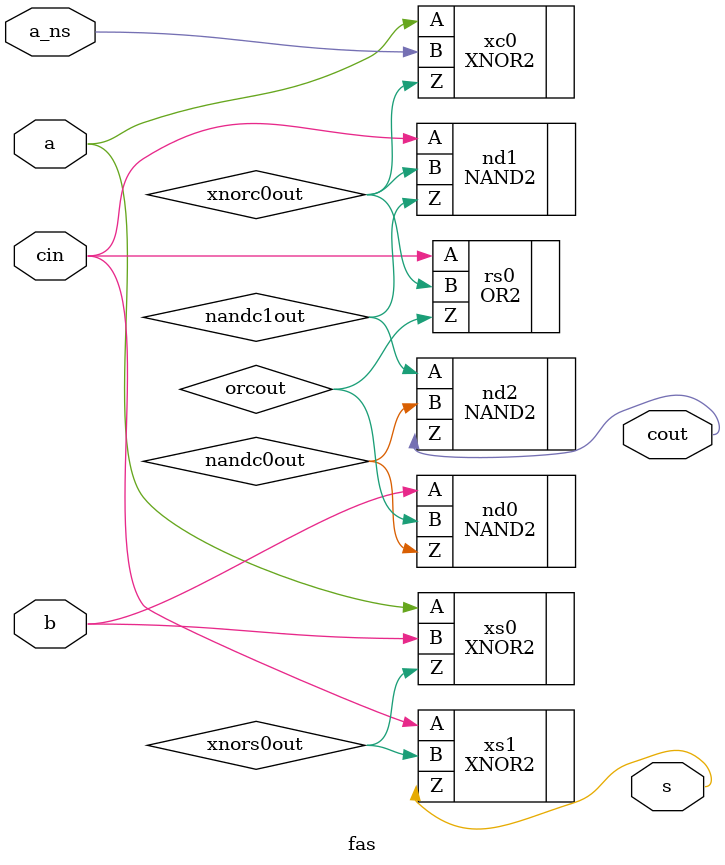
<source format=sv>
module fas (
    input logic a,           // Input bit a
    input logic b,           // Input bit b
    input logic cin,         // Carry in
    input logic a_ns,        // A_nS (add/not subtract) control
    output logic s,          // Output S
    output logic cout        // Carry out
);

// Put your code here
// ------------------
logic xnors0out;
logic xnorc0out;
logic orcout;
logic nandc0out;
logic nandc1out;

XNOR2 #(.Tpdlh(4),.Tpdhl(4)) xs0 (.A(a),.B(b),.Z(xnors0out));
XNOR2 #(.Tpdlh(4),.Tpdhl(4)) xs1 (.A(cin),.B(xnors0out),.Z(s));
XNOR2 #(.Tpdlh(4),.Tpdhl(4)) xc0 (.A(a), .B(a_ns),.Z(xnorc0out));
OR2 #(.Tpdlh(10),.Tpdhl(10)) rs0 (.A(cin), .B(xnorc0out), .Z(orcout));
NAND2 #(.Tpdlh(10),.Tpdhl(10)) nd0 (.A(b),.B(orcout), .Z(nandc0out));
NAND2 #(.Tpdlh(10),.Tpdhl(10)) nd1 (.A(cin),.B(xnorc0out),.Z(nandc1out));
NAND2 #(.Tpdlh(10),.Tpdhl(10)) nd2 (.A(nandc1out),.B(nandc0out),.Z(cout));
// End of your code

endmodule

</source>
